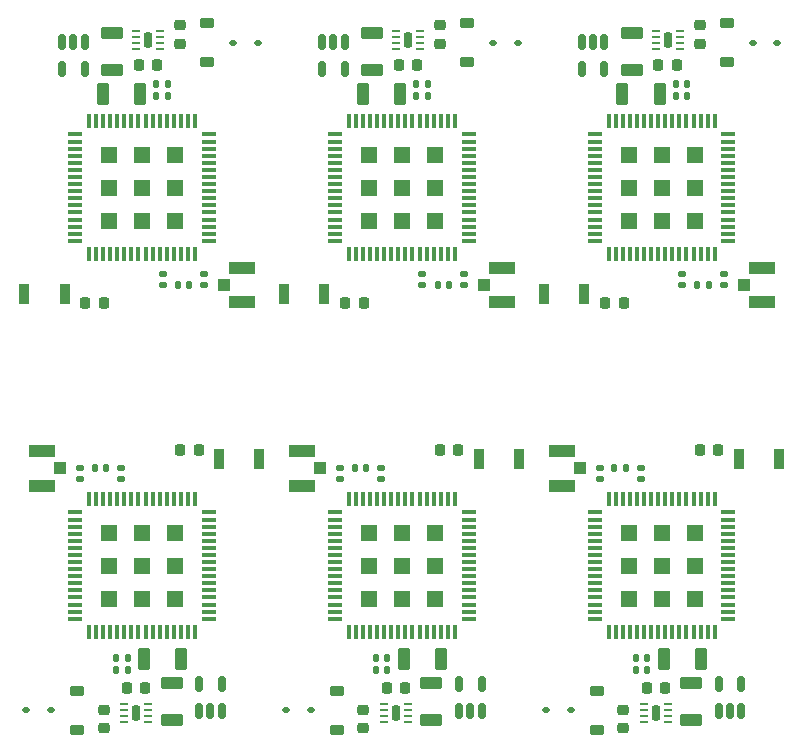
<source format=gbr>
%TF.GenerationSoftware,KiCad,Pcbnew,(7.0.0-rc2-153-g7d6218acb4)*%
%TF.CreationDate,2023-02-19T17:36:36+08:00*%
%TF.ProjectId,RAK3172-M.2-2230-Mod - panel,52414b33-3137-4322-9d4d-2e322d323233,rev?*%
%TF.SameCoordinates,Original*%
%TF.FileFunction,Paste,Top*%
%TF.FilePolarity,Positive*%
%FSLAX46Y46*%
G04 Gerber Fmt 4.6, Leading zero omitted, Abs format (unit mm)*
G04 Created by KiCad (PCBNEW (7.0.0-rc2-153-g7d6218acb4)) date 2023-02-19 17:36:36*
%MOMM*%
%LPD*%
G01*
G04 APERTURE LIST*
G04 Aperture macros list*
%AMRoundRect*
0 Rectangle with rounded corners*
0 $1 Rounding radius*
0 $2 $3 $4 $5 $6 $7 $8 $9 X,Y pos of 4 corners*
0 Add a 4 corners polygon primitive as box body*
4,1,4,$2,$3,$4,$5,$6,$7,$8,$9,$2,$3,0*
0 Add four circle primitives for the rounded corners*
1,1,$1+$1,$2,$3*
1,1,$1+$1,$4,$5*
1,1,$1+$1,$6,$7*
1,1,$1+$1,$8,$9*
0 Add four rect primitives between the rounded corners*
20,1,$1+$1,$2,$3,$4,$5,0*
20,1,$1+$1,$4,$5,$6,$7,0*
20,1,$1+$1,$6,$7,$8,$9,0*
20,1,$1+$1,$8,$9,$2,$3,0*%
G04 Aperture macros list end*
%ADD10RoundRect,0.218750X-0.218750X-0.256250X0.218750X-0.256250X0.218750X0.256250X-0.218750X0.256250X0*%
%ADD11RoundRect,0.225000X-0.250000X0.225000X-0.250000X-0.225000X0.250000X-0.225000X0.250000X0.225000X0*%
%ADD12RoundRect,0.150000X-0.150000X0.512500X-0.150000X-0.512500X0.150000X-0.512500X0.150000X0.512500X0*%
%ADD13RoundRect,0.112500X-0.187500X-0.112500X0.187500X-0.112500X0.187500X0.112500X-0.187500X0.112500X0*%
%ADD14RoundRect,0.140000X-0.140000X-0.170000X0.140000X-0.170000X0.140000X0.170000X-0.140000X0.170000X0*%
%ADD15R,1.400000X1.400000*%
%ADD16R,1.170000X0.370000*%
%ADD17R,0.370000X1.170000*%
%ADD18RoundRect,0.225000X-0.375000X0.225000X-0.375000X-0.225000X0.375000X-0.225000X0.375000X0.225000X0*%
%ADD19R,0.900000X1.700000*%
%ADD20RoundRect,0.250000X0.275000X0.700000X-0.275000X0.700000X-0.275000X-0.700000X0.275000X-0.700000X0*%
%ADD21RoundRect,0.225000X-0.225000X-0.250000X0.225000X-0.250000X0.225000X0.250000X-0.225000X0.250000X0*%
%ADD22RoundRect,0.140000X0.170000X-0.140000X0.170000X0.140000X-0.170000X0.140000X-0.170000X-0.140000X0*%
%ADD23RoundRect,0.147500X-0.147500X-0.172500X0.147500X-0.172500X0.147500X0.172500X-0.147500X0.172500X0*%
%ADD24RoundRect,0.062500X0.300000X0.062500X-0.300000X0.062500X-0.300000X-0.062500X0.300000X-0.062500X0*%
%ADD25RoundRect,0.182500X0.182500X0.462500X-0.182500X0.462500X-0.182500X-0.462500X0.182500X-0.462500X0*%
%ADD26R,2.200000X1.050000*%
%ADD27R,1.050000X1.000000*%
%ADD28RoundRect,0.250000X-0.700000X0.275000X-0.700000X-0.275000X0.700000X-0.275000X0.700000X0.275000X0*%
%ADD29RoundRect,0.218750X0.218750X0.256250X-0.218750X0.256250X-0.218750X-0.256250X0.218750X-0.256250X0*%
%ADD30RoundRect,0.140000X0.140000X0.170000X-0.140000X0.170000X-0.140000X-0.170000X0.140000X-0.170000X0*%
%ADD31RoundRect,0.225000X0.250000X-0.225000X0.250000X0.225000X-0.250000X0.225000X-0.250000X-0.225000X0*%
%ADD32RoundRect,0.112500X0.187500X0.112500X-0.187500X0.112500X-0.187500X-0.112500X0.187500X-0.112500X0*%
%ADD33RoundRect,0.150000X0.150000X-0.512500X0.150000X0.512500X-0.150000X0.512500X-0.150000X-0.512500X0*%
%ADD34RoundRect,0.140000X-0.170000X0.140000X-0.170000X-0.140000X0.170000X-0.140000X0.170000X0.140000X0*%
%ADD35RoundRect,0.147500X0.147500X0.172500X-0.147500X0.172500X-0.147500X-0.172500X0.147500X-0.172500X0*%
%ADD36RoundRect,0.225000X0.375000X-0.225000X0.375000X0.225000X-0.375000X0.225000X-0.375000X-0.225000X0*%
%ADD37RoundRect,0.062500X-0.300000X-0.062500X0.300000X-0.062500X0.300000X0.062500X-0.300000X0.062500X0*%
%ADD38RoundRect,0.182500X-0.182500X-0.462500X0.182500X-0.462500X0.182500X0.462500X-0.182500X0.462500X0*%
%ADD39RoundRect,0.225000X0.225000X0.250000X-0.225000X0.250000X-0.225000X-0.250000X0.225000X-0.250000X0*%
%ADD40RoundRect,0.250000X-0.275000X-0.700000X0.275000X-0.700000X0.275000X0.700000X-0.275000X0.700000X0*%
%ADD41RoundRect,0.250000X0.700000X-0.275000X0.700000X0.275000X-0.700000X0.275000X-0.700000X-0.275000X0*%
G04 APERTURE END LIST*
D10*
%TO.C,D201*%
X189737500Y-69725000D03*
X188162500Y-69725000D03*
%TD*%
D11*
%TO.C,C403*%
X196200000Y-47775000D03*
X196200000Y-46225000D03*
%TD*%
D12*
%TO.C,U302*%
X188100000Y-49912500D03*
X186200000Y-49912500D03*
X186200000Y-47637500D03*
X187150000Y-47637500D03*
X188100000Y-47637500D03*
%TD*%
D13*
%TO.C,D302*%
X202750000Y-47725000D03*
X200650000Y-47725000D03*
%TD*%
D14*
%TO.C,C216*%
X195130000Y-51175000D03*
X194170000Y-51175000D03*
%TD*%
D15*
%TO.C,U201*%
X190149999Y-62774999D03*
X190149999Y-59974999D03*
X190149999Y-57174999D03*
X192949999Y-62774999D03*
X192949999Y-59974999D03*
X192949999Y-57174999D03*
X195749999Y-62774999D03*
X195749999Y-59974999D03*
X195749999Y-57174999D03*
D16*
X198599999Y-55474999D03*
X198599999Y-56074999D03*
X198599999Y-56674999D03*
X198599999Y-57274999D03*
X198599999Y-57874999D03*
X198599999Y-58474999D03*
X198599999Y-59074999D03*
X198599999Y-59674999D03*
X198599999Y-60274999D03*
X198599999Y-60874999D03*
X198599999Y-61474999D03*
X198599999Y-62074999D03*
X198599999Y-62674999D03*
X198599999Y-63274999D03*
X198599999Y-63874999D03*
X198599999Y-64474999D03*
D17*
X197449999Y-65624999D03*
X196849999Y-65624999D03*
X196249999Y-65624999D03*
X195649999Y-65624999D03*
X195049999Y-65624999D03*
X194449999Y-65624999D03*
X193849999Y-65624999D03*
X193249999Y-65624999D03*
X192649999Y-65624999D03*
X192049999Y-65624999D03*
X191449999Y-65624999D03*
X190849999Y-65624999D03*
X190249999Y-65624999D03*
X189649999Y-65624999D03*
X189049999Y-65624999D03*
X188449999Y-65624999D03*
D16*
X187299999Y-64474999D03*
X187299999Y-63874999D03*
X187299999Y-63274999D03*
X187299999Y-62674999D03*
X187299999Y-62074999D03*
X187299999Y-61474999D03*
X187299999Y-60874999D03*
X187299999Y-60274999D03*
X187299999Y-59674999D03*
X187299999Y-59074999D03*
X187299999Y-58474999D03*
X187299999Y-57874999D03*
X187299999Y-57274999D03*
X187299999Y-56674999D03*
X187299999Y-56074999D03*
X187299999Y-55474999D03*
D17*
X188449999Y-54324999D03*
X189049999Y-54324999D03*
X189649999Y-54324999D03*
X190249999Y-54324999D03*
X190849999Y-54324999D03*
X191449999Y-54324999D03*
X192049999Y-54324999D03*
X192649999Y-54324999D03*
X193249999Y-54324999D03*
X193849999Y-54324999D03*
X194449999Y-54324999D03*
X195049999Y-54324999D03*
X195649999Y-54324999D03*
X196249999Y-54324999D03*
X196849999Y-54324999D03*
X197449999Y-54324999D03*
%TD*%
D18*
%TO.C,D301*%
X198450000Y-49375000D03*
X198450000Y-46075000D03*
%TD*%
D19*
%TO.C,SW201*%
X182999999Y-68974999D03*
X186399999Y-68974999D03*
%TD*%
D20*
%TO.C,L205*%
X189625000Y-52075000D03*
X192775000Y-52075000D03*
%TD*%
D21*
%TO.C,C402*%
X194225000Y-49575000D03*
X192675000Y-49575000D03*
%TD*%
D14*
%TO.C,C215*%
X195130000Y-52175000D03*
X194170000Y-52175000D03*
%TD*%
D22*
%TO.C,C213*%
X194700000Y-67265000D03*
X194700000Y-68225000D03*
%TD*%
D23*
%TO.C,L204*%
X196950000Y-68225000D03*
X195980000Y-68225000D03*
%TD*%
D24*
%TO.C,U401*%
X192450000Y-48225000D03*
X192450000Y-47725000D03*
X192450000Y-47225000D03*
X192450000Y-46725000D03*
X194475000Y-46725000D03*
X194475000Y-47225000D03*
X194475000Y-47725000D03*
X194475000Y-48225000D03*
D25*
X193462500Y-47475000D03*
%TD*%
D26*
%TO.C,AN201*%
X201424999Y-69699999D03*
X201424999Y-66749999D03*
D27*
X199899999Y-68224999D03*
%TD*%
D22*
%TO.C,C214*%
X198200000Y-67265000D03*
X198200000Y-68225000D03*
%TD*%
D28*
%TO.C,L401*%
X190450000Y-50050000D03*
X190450000Y-46900000D03*
%TD*%
D29*
%TO.C,D201*%
X196162500Y-82225000D03*
X197737500Y-82225000D03*
%TD*%
D30*
%TO.C,C216*%
X190770000Y-100775000D03*
X191730000Y-100775000D03*
%TD*%
D31*
%TO.C,C403*%
X189700000Y-104175000D03*
X189700000Y-105725000D03*
%TD*%
D32*
%TO.C,D302*%
X183150000Y-104225000D03*
X185250000Y-104225000D03*
%TD*%
D33*
%TO.C,U302*%
X197800000Y-102037500D03*
X199700000Y-102037500D03*
X199700000Y-104312500D03*
X198750000Y-104312500D03*
X197800000Y-104312500D03*
%TD*%
D34*
%TO.C,C213*%
X191200000Y-84685000D03*
X191200000Y-83725000D03*
%TD*%
D35*
%TO.C,L204*%
X188950000Y-83725000D03*
X189920000Y-83725000D03*
%TD*%
D36*
%TO.C,D301*%
X187450000Y-102575000D03*
X187450000Y-105875000D03*
%TD*%
D19*
%TO.C,SW201*%
X202899999Y-82974999D03*
X199499999Y-82974999D03*
%TD*%
D37*
%TO.C,U401*%
X193450000Y-103725000D03*
X193450000Y-104225000D03*
X193450000Y-104725000D03*
X193450000Y-105225000D03*
X191425000Y-105225000D03*
X191425000Y-104725000D03*
X191425000Y-104225000D03*
X191425000Y-103725000D03*
D38*
X192437500Y-104475000D03*
%TD*%
D15*
%TO.C,U201*%
X195749999Y-89174999D03*
X195749999Y-91974999D03*
X195749999Y-94774999D03*
X192949999Y-89174999D03*
X192949999Y-91974999D03*
X192949999Y-94774999D03*
X190149999Y-89174999D03*
X190149999Y-91974999D03*
X190149999Y-94774999D03*
D16*
X187299999Y-96474999D03*
X187299999Y-95874999D03*
X187299999Y-95274999D03*
X187299999Y-94674999D03*
X187299999Y-94074999D03*
X187299999Y-93474999D03*
X187299999Y-92874999D03*
X187299999Y-92274999D03*
X187299999Y-91674999D03*
X187299999Y-91074999D03*
X187299999Y-90474999D03*
X187299999Y-89874999D03*
X187299999Y-89274999D03*
X187299999Y-88674999D03*
X187299999Y-88074999D03*
X187299999Y-87474999D03*
D17*
X188449999Y-86324999D03*
X189049999Y-86324999D03*
X189649999Y-86324999D03*
X190249999Y-86324999D03*
X190849999Y-86324999D03*
X191449999Y-86324999D03*
X192049999Y-86324999D03*
X192649999Y-86324999D03*
X193249999Y-86324999D03*
X193849999Y-86324999D03*
X194449999Y-86324999D03*
X195049999Y-86324999D03*
X195649999Y-86324999D03*
X196249999Y-86324999D03*
X196849999Y-86324999D03*
X197449999Y-86324999D03*
D16*
X198599999Y-87474999D03*
X198599999Y-88074999D03*
X198599999Y-88674999D03*
X198599999Y-89274999D03*
X198599999Y-89874999D03*
X198599999Y-90474999D03*
X198599999Y-91074999D03*
X198599999Y-91674999D03*
X198599999Y-92274999D03*
X198599999Y-92874999D03*
X198599999Y-93474999D03*
X198599999Y-94074999D03*
X198599999Y-94674999D03*
X198599999Y-95274999D03*
X198599999Y-95874999D03*
X198599999Y-96474999D03*
D17*
X197449999Y-97624999D03*
X196849999Y-97624999D03*
X196249999Y-97624999D03*
X195649999Y-97624999D03*
X195049999Y-97624999D03*
X194449999Y-97624999D03*
X193849999Y-97624999D03*
X193249999Y-97624999D03*
X192649999Y-97624999D03*
X192049999Y-97624999D03*
X191449999Y-97624999D03*
X190849999Y-97624999D03*
X190249999Y-97624999D03*
X189649999Y-97624999D03*
X189049999Y-97624999D03*
X188449999Y-97624999D03*
%TD*%
D34*
%TO.C,C214*%
X187700000Y-84685000D03*
X187700000Y-83725000D03*
%TD*%
D26*
%TO.C,AN201*%
X184474999Y-82249999D03*
X184474999Y-85199999D03*
D27*
X185999999Y-83724999D03*
%TD*%
D39*
%TO.C,C402*%
X191675000Y-102375000D03*
X193225000Y-102375000D03*
%TD*%
D40*
%TO.C,L205*%
X196275000Y-99875000D03*
X193125000Y-99875000D03*
%TD*%
D41*
%TO.C,L401*%
X195450000Y-101900000D03*
X195450000Y-105050000D03*
%TD*%
D30*
%TO.C,C215*%
X190770000Y-99775000D03*
X191730000Y-99775000D03*
%TD*%
D10*
%TO.C,D201*%
X144162500Y-69725000D03*
X145737500Y-69725000D03*
%TD*%
D11*
%TO.C,C403*%
X152200000Y-46225000D03*
X152200000Y-47775000D03*
%TD*%
D12*
%TO.C,U302*%
X144100000Y-47637500D03*
X143150000Y-47637500D03*
X142200000Y-47637500D03*
X142200000Y-49912500D03*
X144100000Y-49912500D03*
%TD*%
D13*
%TO.C,D302*%
X156650000Y-47725000D03*
X158750000Y-47725000D03*
%TD*%
D14*
%TO.C,C216*%
X150170000Y-51175000D03*
X151130000Y-51175000D03*
%TD*%
D17*
%TO.C,U201*%
X153449999Y-54324999D03*
X152849999Y-54324999D03*
X152249999Y-54324999D03*
X151649999Y-54324999D03*
X151049999Y-54324999D03*
X150449999Y-54324999D03*
X149849999Y-54324999D03*
X149249999Y-54324999D03*
X148649999Y-54324999D03*
X148049999Y-54324999D03*
X147449999Y-54324999D03*
X146849999Y-54324999D03*
X146249999Y-54324999D03*
X145649999Y-54324999D03*
X145049999Y-54324999D03*
X144449999Y-54324999D03*
D16*
X143299999Y-55474999D03*
X143299999Y-56074999D03*
X143299999Y-56674999D03*
X143299999Y-57274999D03*
X143299999Y-57874999D03*
X143299999Y-58474999D03*
X143299999Y-59074999D03*
X143299999Y-59674999D03*
X143299999Y-60274999D03*
X143299999Y-60874999D03*
X143299999Y-61474999D03*
X143299999Y-62074999D03*
X143299999Y-62674999D03*
X143299999Y-63274999D03*
X143299999Y-63874999D03*
X143299999Y-64474999D03*
D17*
X144449999Y-65624999D03*
X145049999Y-65624999D03*
X145649999Y-65624999D03*
X146249999Y-65624999D03*
X146849999Y-65624999D03*
X147449999Y-65624999D03*
X148049999Y-65624999D03*
X148649999Y-65624999D03*
X149249999Y-65624999D03*
X149849999Y-65624999D03*
X150449999Y-65624999D03*
X151049999Y-65624999D03*
X151649999Y-65624999D03*
X152249999Y-65624999D03*
X152849999Y-65624999D03*
X153449999Y-65624999D03*
D16*
X154599999Y-64474999D03*
X154599999Y-63874999D03*
X154599999Y-63274999D03*
X154599999Y-62674999D03*
X154599999Y-62074999D03*
X154599999Y-61474999D03*
X154599999Y-60874999D03*
X154599999Y-60274999D03*
X154599999Y-59674999D03*
X154599999Y-59074999D03*
X154599999Y-58474999D03*
X154599999Y-57874999D03*
X154599999Y-57274999D03*
X154599999Y-56674999D03*
X154599999Y-56074999D03*
X154599999Y-55474999D03*
D15*
X151749999Y-57174999D03*
X151749999Y-59974999D03*
X151749999Y-62774999D03*
X148949999Y-57174999D03*
X148949999Y-59974999D03*
X148949999Y-62774999D03*
X146149999Y-57174999D03*
X146149999Y-59974999D03*
X146149999Y-62774999D03*
%TD*%
D18*
%TO.C,D301*%
X154450000Y-46075000D03*
X154450000Y-49375000D03*
%TD*%
D19*
%TO.C,SW201*%
X142399999Y-68974999D03*
X138999999Y-68974999D03*
%TD*%
D20*
%TO.C,L205*%
X148775000Y-52075000D03*
X145625000Y-52075000D03*
%TD*%
D21*
%TO.C,C402*%
X148675000Y-49575000D03*
X150225000Y-49575000D03*
%TD*%
D14*
%TO.C,C215*%
X150170000Y-52175000D03*
X151130000Y-52175000D03*
%TD*%
D22*
%TO.C,C213*%
X150700000Y-68225000D03*
X150700000Y-67265000D03*
%TD*%
D23*
%TO.C,L204*%
X151980000Y-68225000D03*
X152950000Y-68225000D03*
%TD*%
D25*
%TO.C,U401*%
X149462500Y-47475000D03*
D24*
X150475000Y-48225000D03*
X150475000Y-47725000D03*
X150475000Y-47225000D03*
X150475000Y-46725000D03*
X148450000Y-46725000D03*
X148450000Y-47225000D03*
X148450000Y-47725000D03*
X148450000Y-48225000D03*
%TD*%
D27*
%TO.C,AN201*%
X155899999Y-68224999D03*
D26*
X157424999Y-66749999D03*
X157424999Y-69699999D03*
%TD*%
D22*
%TO.C,C214*%
X154200000Y-68225000D03*
X154200000Y-67265000D03*
%TD*%
D28*
%TO.C,L401*%
X146450000Y-46900000D03*
X146450000Y-50050000D03*
%TD*%
D14*
%TO.C,C216*%
X173130000Y-51175000D03*
X172170000Y-51175000D03*
%TD*%
D10*
%TO.C,D201*%
X167737500Y-69725000D03*
X166162500Y-69725000D03*
%TD*%
D13*
%TO.C,D302*%
X180750000Y-47725000D03*
X178650000Y-47725000D03*
%TD*%
D11*
%TO.C,C403*%
X174200000Y-47775000D03*
X174200000Y-46225000D03*
%TD*%
D12*
%TO.C,U302*%
X166100000Y-49912500D03*
X164200000Y-49912500D03*
X164200000Y-47637500D03*
X165150000Y-47637500D03*
X166100000Y-47637500D03*
%TD*%
D23*
%TO.C,L204*%
X174950000Y-68225000D03*
X173980000Y-68225000D03*
%TD*%
D26*
%TO.C,AN201*%
X179424999Y-69699999D03*
X179424999Y-66749999D03*
D27*
X177899999Y-68224999D03*
%TD*%
D15*
%TO.C,U201*%
X168149999Y-62774999D03*
X168149999Y-59974999D03*
X168149999Y-57174999D03*
X170949999Y-62774999D03*
X170949999Y-59974999D03*
X170949999Y-57174999D03*
X173749999Y-62774999D03*
X173749999Y-59974999D03*
X173749999Y-57174999D03*
D16*
X176599999Y-55474999D03*
X176599999Y-56074999D03*
X176599999Y-56674999D03*
X176599999Y-57274999D03*
X176599999Y-57874999D03*
X176599999Y-58474999D03*
X176599999Y-59074999D03*
X176599999Y-59674999D03*
X176599999Y-60274999D03*
X176599999Y-60874999D03*
X176599999Y-61474999D03*
X176599999Y-62074999D03*
X176599999Y-62674999D03*
X176599999Y-63274999D03*
X176599999Y-63874999D03*
X176599999Y-64474999D03*
D17*
X175449999Y-65624999D03*
X174849999Y-65624999D03*
X174249999Y-65624999D03*
X173649999Y-65624999D03*
X173049999Y-65624999D03*
X172449999Y-65624999D03*
X171849999Y-65624999D03*
X171249999Y-65624999D03*
X170649999Y-65624999D03*
X170049999Y-65624999D03*
X169449999Y-65624999D03*
X168849999Y-65624999D03*
X168249999Y-65624999D03*
X167649999Y-65624999D03*
X167049999Y-65624999D03*
X166449999Y-65624999D03*
D16*
X165299999Y-64474999D03*
X165299999Y-63874999D03*
X165299999Y-63274999D03*
X165299999Y-62674999D03*
X165299999Y-62074999D03*
X165299999Y-61474999D03*
X165299999Y-60874999D03*
X165299999Y-60274999D03*
X165299999Y-59674999D03*
X165299999Y-59074999D03*
X165299999Y-58474999D03*
X165299999Y-57874999D03*
X165299999Y-57274999D03*
X165299999Y-56674999D03*
X165299999Y-56074999D03*
X165299999Y-55474999D03*
D17*
X166449999Y-54324999D03*
X167049999Y-54324999D03*
X167649999Y-54324999D03*
X168249999Y-54324999D03*
X168849999Y-54324999D03*
X169449999Y-54324999D03*
X170049999Y-54324999D03*
X170649999Y-54324999D03*
X171249999Y-54324999D03*
X171849999Y-54324999D03*
X172449999Y-54324999D03*
X173049999Y-54324999D03*
X173649999Y-54324999D03*
X174249999Y-54324999D03*
X174849999Y-54324999D03*
X175449999Y-54324999D03*
%TD*%
D18*
%TO.C,D301*%
X176450000Y-49375000D03*
X176450000Y-46075000D03*
%TD*%
D24*
%TO.C,U401*%
X170450000Y-48225000D03*
X170450000Y-47725000D03*
X170450000Y-47225000D03*
X170450000Y-46725000D03*
X172475000Y-46725000D03*
X172475000Y-47225000D03*
X172475000Y-47725000D03*
X172475000Y-48225000D03*
D25*
X171462500Y-47475000D03*
%TD*%
D28*
%TO.C,L401*%
X168450000Y-50050000D03*
X168450000Y-46900000D03*
%TD*%
D22*
%TO.C,C214*%
X176200000Y-67265000D03*
X176200000Y-68225000D03*
%TD*%
D20*
%TO.C,L205*%
X167625000Y-52075000D03*
X170775000Y-52075000D03*
%TD*%
D21*
%TO.C,C402*%
X172225000Y-49575000D03*
X170675000Y-49575000D03*
%TD*%
D19*
%TO.C,SW201*%
X160999999Y-68974999D03*
X164399999Y-68974999D03*
%TD*%
D22*
%TO.C,C213*%
X172700000Y-67265000D03*
X172700000Y-68225000D03*
%TD*%
D14*
%TO.C,C215*%
X173130000Y-52175000D03*
X172170000Y-52175000D03*
%TD*%
D29*
%TO.C,D201*%
X174162500Y-82225000D03*
X175737500Y-82225000D03*
%TD*%
D30*
%TO.C,C216*%
X168770000Y-100775000D03*
X169730000Y-100775000D03*
%TD*%
D31*
%TO.C,C403*%
X167700000Y-104175000D03*
X167700000Y-105725000D03*
%TD*%
D32*
%TO.C,D302*%
X161150000Y-104225000D03*
X163250000Y-104225000D03*
%TD*%
D33*
%TO.C,U302*%
X175800000Y-102037500D03*
X177700000Y-102037500D03*
X177700000Y-104312500D03*
X176750000Y-104312500D03*
X175800000Y-104312500D03*
%TD*%
D26*
%TO.C,AN201*%
X162474999Y-82249999D03*
X162474999Y-85199999D03*
D27*
X163999999Y-83724999D03*
%TD*%
D36*
%TO.C,D301*%
X165450000Y-102575000D03*
X165450000Y-105875000D03*
%TD*%
D19*
%TO.C,SW201*%
X180899999Y-82974999D03*
X177499999Y-82974999D03*
%TD*%
D34*
%TO.C,C214*%
X165700000Y-84685000D03*
X165700000Y-83725000D03*
%TD*%
%TO.C,C213*%
X169200000Y-84685000D03*
X169200000Y-83725000D03*
%TD*%
D15*
%TO.C,U201*%
X173749999Y-89174999D03*
X173749999Y-91974999D03*
X173749999Y-94774999D03*
X170949999Y-89174999D03*
X170949999Y-91974999D03*
X170949999Y-94774999D03*
X168149999Y-89174999D03*
X168149999Y-91974999D03*
X168149999Y-94774999D03*
D16*
X165299999Y-96474999D03*
X165299999Y-95874999D03*
X165299999Y-95274999D03*
X165299999Y-94674999D03*
X165299999Y-94074999D03*
X165299999Y-93474999D03*
X165299999Y-92874999D03*
X165299999Y-92274999D03*
X165299999Y-91674999D03*
X165299999Y-91074999D03*
X165299999Y-90474999D03*
X165299999Y-89874999D03*
X165299999Y-89274999D03*
X165299999Y-88674999D03*
X165299999Y-88074999D03*
X165299999Y-87474999D03*
D17*
X166449999Y-86324999D03*
X167049999Y-86324999D03*
X167649999Y-86324999D03*
X168249999Y-86324999D03*
X168849999Y-86324999D03*
X169449999Y-86324999D03*
X170049999Y-86324999D03*
X170649999Y-86324999D03*
X171249999Y-86324999D03*
X171849999Y-86324999D03*
X172449999Y-86324999D03*
X173049999Y-86324999D03*
X173649999Y-86324999D03*
X174249999Y-86324999D03*
X174849999Y-86324999D03*
X175449999Y-86324999D03*
D16*
X176599999Y-87474999D03*
X176599999Y-88074999D03*
X176599999Y-88674999D03*
X176599999Y-89274999D03*
X176599999Y-89874999D03*
X176599999Y-90474999D03*
X176599999Y-91074999D03*
X176599999Y-91674999D03*
X176599999Y-92274999D03*
X176599999Y-92874999D03*
X176599999Y-93474999D03*
X176599999Y-94074999D03*
X176599999Y-94674999D03*
X176599999Y-95274999D03*
X176599999Y-95874999D03*
X176599999Y-96474999D03*
D17*
X175449999Y-97624999D03*
X174849999Y-97624999D03*
X174249999Y-97624999D03*
X173649999Y-97624999D03*
X173049999Y-97624999D03*
X172449999Y-97624999D03*
X171849999Y-97624999D03*
X171249999Y-97624999D03*
X170649999Y-97624999D03*
X170049999Y-97624999D03*
X169449999Y-97624999D03*
X168849999Y-97624999D03*
X168249999Y-97624999D03*
X167649999Y-97624999D03*
X167049999Y-97624999D03*
X166449999Y-97624999D03*
%TD*%
D37*
%TO.C,U401*%
X171450000Y-103725000D03*
X171450000Y-104225000D03*
X171450000Y-104725000D03*
X171450000Y-105225000D03*
X169425000Y-105225000D03*
X169425000Y-104725000D03*
X169425000Y-104225000D03*
X169425000Y-103725000D03*
D38*
X170437500Y-104475000D03*
%TD*%
D35*
%TO.C,L204*%
X166950000Y-83725000D03*
X167920000Y-83725000D03*
%TD*%
D41*
%TO.C,L401*%
X173450000Y-101900000D03*
X173450000Y-105050000D03*
%TD*%
D30*
%TO.C,C215*%
X168770000Y-99775000D03*
X169730000Y-99775000D03*
%TD*%
D40*
%TO.C,L205*%
X174275000Y-99875000D03*
X171125000Y-99875000D03*
%TD*%
D39*
%TO.C,C402*%
X169675000Y-102375000D03*
X171225000Y-102375000D03*
%TD*%
D34*
%TO.C,C213*%
X147200000Y-83725000D03*
X147200000Y-84685000D03*
%TD*%
D41*
%TO.C,L401*%
X151450000Y-105050000D03*
X151450000Y-101900000D03*
%TD*%
D38*
%TO.C,U401*%
X148437500Y-104475000D03*
D37*
X147425000Y-103725000D03*
X147425000Y-104225000D03*
X147425000Y-104725000D03*
X147425000Y-105225000D03*
X149450000Y-105225000D03*
X149450000Y-104725000D03*
X149450000Y-104225000D03*
X149450000Y-103725000D03*
%TD*%
D40*
%TO.C,L205*%
X149125000Y-99875000D03*
X152275000Y-99875000D03*
%TD*%
D30*
%TO.C,C215*%
X147730000Y-99775000D03*
X146770000Y-99775000D03*
%TD*%
D34*
%TO.C,C214*%
X143700000Y-83725000D03*
X143700000Y-84685000D03*
%TD*%
D39*
%TO.C,C402*%
X149225000Y-102375000D03*
X147675000Y-102375000D03*
%TD*%
D17*
%TO.C,U201*%
X144449999Y-97624999D03*
X145049999Y-97624999D03*
X145649999Y-97624999D03*
X146249999Y-97624999D03*
X146849999Y-97624999D03*
X147449999Y-97624999D03*
X148049999Y-97624999D03*
X148649999Y-97624999D03*
X149249999Y-97624999D03*
X149849999Y-97624999D03*
X150449999Y-97624999D03*
X151049999Y-97624999D03*
X151649999Y-97624999D03*
X152249999Y-97624999D03*
X152849999Y-97624999D03*
X153449999Y-97624999D03*
D16*
X154599999Y-96474999D03*
X154599999Y-95874999D03*
X154599999Y-95274999D03*
X154599999Y-94674999D03*
X154599999Y-94074999D03*
X154599999Y-93474999D03*
X154599999Y-92874999D03*
X154599999Y-92274999D03*
X154599999Y-91674999D03*
X154599999Y-91074999D03*
X154599999Y-90474999D03*
X154599999Y-89874999D03*
X154599999Y-89274999D03*
X154599999Y-88674999D03*
X154599999Y-88074999D03*
X154599999Y-87474999D03*
D17*
X153449999Y-86324999D03*
X152849999Y-86324999D03*
X152249999Y-86324999D03*
X151649999Y-86324999D03*
X151049999Y-86324999D03*
X150449999Y-86324999D03*
X149849999Y-86324999D03*
X149249999Y-86324999D03*
X148649999Y-86324999D03*
X148049999Y-86324999D03*
X147449999Y-86324999D03*
X146849999Y-86324999D03*
X146249999Y-86324999D03*
X145649999Y-86324999D03*
X145049999Y-86324999D03*
X144449999Y-86324999D03*
D16*
X143299999Y-87474999D03*
X143299999Y-88074999D03*
X143299999Y-88674999D03*
X143299999Y-89274999D03*
X143299999Y-89874999D03*
X143299999Y-90474999D03*
X143299999Y-91074999D03*
X143299999Y-91674999D03*
X143299999Y-92274999D03*
X143299999Y-92874999D03*
X143299999Y-93474999D03*
X143299999Y-94074999D03*
X143299999Y-94674999D03*
X143299999Y-95274999D03*
X143299999Y-95874999D03*
X143299999Y-96474999D03*
D15*
X146149999Y-94774999D03*
X146149999Y-91974999D03*
X146149999Y-89174999D03*
X148949999Y-94774999D03*
X148949999Y-91974999D03*
X148949999Y-89174999D03*
X151749999Y-94774999D03*
X151749999Y-91974999D03*
X151749999Y-89174999D03*
%TD*%
D35*
%TO.C,L204*%
X145920000Y-83725000D03*
X144950000Y-83725000D03*
%TD*%
D29*
%TO.C,D201*%
X153737500Y-82225000D03*
X152162500Y-82225000D03*
%TD*%
D27*
%TO.C,AN201*%
X141999999Y-83724999D03*
D26*
X140474999Y-85199999D03*
X140474999Y-82249999D03*
%TD*%
D31*
%TO.C,C403*%
X145700000Y-105725000D03*
X145700000Y-104175000D03*
%TD*%
D32*
%TO.C,D302*%
X141250000Y-104225000D03*
X139150000Y-104225000D03*
%TD*%
D30*
%TO.C,C216*%
X147730000Y-100775000D03*
X146770000Y-100775000D03*
%TD*%
D36*
%TO.C,D301*%
X143450000Y-105875000D03*
X143450000Y-102575000D03*
%TD*%
D33*
%TO.C,U302*%
X153800000Y-104312500D03*
X154750000Y-104312500D03*
X155700000Y-104312500D03*
X155700000Y-102037500D03*
X153800000Y-102037500D03*
%TD*%
D19*
%TO.C,SW201*%
X155499999Y-82974999D03*
X158899999Y-82974999D03*
%TD*%
M02*

</source>
